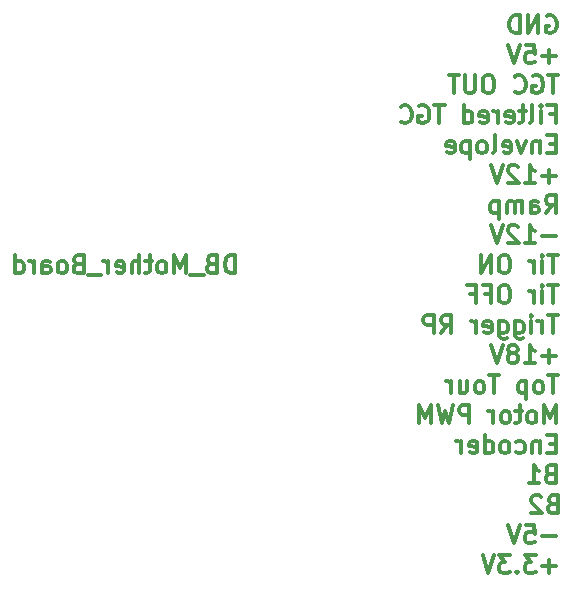
<source format=gbr>
G04 #@! TF.FileFunction,Legend,Bot*
%FSLAX46Y46*%
G04 Gerber Fmt 4.6, Leading zero omitted, Abs format (unit mm)*
G04 Created by KiCad (PCBNEW 4.0.3+e1-6302~38~ubuntu16.04.1-stable) date Thu Aug 25 17:16:29 2016*
%MOMM*%
%LPD*%
G01*
G04 APERTURE LIST*
%ADD10C,0.100000*%
%ADD11C,0.300000*%
G04 APERTURE END LIST*
D10*
D11*
X148985714Y-126408571D02*
X148985714Y-124908571D01*
X148628571Y-124908571D01*
X148414286Y-124980000D01*
X148271428Y-125122857D01*
X148200000Y-125265714D01*
X148128571Y-125551429D01*
X148128571Y-125765714D01*
X148200000Y-126051429D01*
X148271428Y-126194286D01*
X148414286Y-126337143D01*
X148628571Y-126408571D01*
X148985714Y-126408571D01*
X146985714Y-125622857D02*
X146771428Y-125694286D01*
X146700000Y-125765714D01*
X146628571Y-125908571D01*
X146628571Y-126122857D01*
X146700000Y-126265714D01*
X146771428Y-126337143D01*
X146914286Y-126408571D01*
X147485714Y-126408571D01*
X147485714Y-124908571D01*
X146985714Y-124908571D01*
X146842857Y-124980000D01*
X146771428Y-125051429D01*
X146700000Y-125194286D01*
X146700000Y-125337143D01*
X146771428Y-125480000D01*
X146842857Y-125551429D01*
X146985714Y-125622857D01*
X147485714Y-125622857D01*
X146342857Y-126551429D02*
X145200000Y-126551429D01*
X144842857Y-126408571D02*
X144842857Y-124908571D01*
X144342857Y-125980000D01*
X143842857Y-124908571D01*
X143842857Y-126408571D01*
X142914285Y-126408571D02*
X143057143Y-126337143D01*
X143128571Y-126265714D01*
X143200000Y-126122857D01*
X143200000Y-125694286D01*
X143128571Y-125551429D01*
X143057143Y-125480000D01*
X142914285Y-125408571D01*
X142700000Y-125408571D01*
X142557143Y-125480000D01*
X142485714Y-125551429D01*
X142414285Y-125694286D01*
X142414285Y-126122857D01*
X142485714Y-126265714D01*
X142557143Y-126337143D01*
X142700000Y-126408571D01*
X142914285Y-126408571D01*
X141985714Y-125408571D02*
X141414285Y-125408571D01*
X141771428Y-124908571D02*
X141771428Y-126194286D01*
X141700000Y-126337143D01*
X141557142Y-126408571D01*
X141414285Y-126408571D01*
X140914285Y-126408571D02*
X140914285Y-124908571D01*
X140271428Y-126408571D02*
X140271428Y-125622857D01*
X140342857Y-125480000D01*
X140485714Y-125408571D01*
X140699999Y-125408571D01*
X140842857Y-125480000D01*
X140914285Y-125551429D01*
X138985714Y-126337143D02*
X139128571Y-126408571D01*
X139414285Y-126408571D01*
X139557142Y-126337143D01*
X139628571Y-126194286D01*
X139628571Y-125622857D01*
X139557142Y-125480000D01*
X139414285Y-125408571D01*
X139128571Y-125408571D01*
X138985714Y-125480000D01*
X138914285Y-125622857D01*
X138914285Y-125765714D01*
X139628571Y-125908571D01*
X138271428Y-126408571D02*
X138271428Y-125408571D01*
X138271428Y-125694286D02*
X138200000Y-125551429D01*
X138128571Y-125480000D01*
X137985714Y-125408571D01*
X137842857Y-125408571D01*
X137700000Y-126551429D02*
X136557143Y-126551429D01*
X135700000Y-125622857D02*
X135485714Y-125694286D01*
X135414286Y-125765714D01*
X135342857Y-125908571D01*
X135342857Y-126122857D01*
X135414286Y-126265714D01*
X135485714Y-126337143D01*
X135628572Y-126408571D01*
X136200000Y-126408571D01*
X136200000Y-124908571D01*
X135700000Y-124908571D01*
X135557143Y-124980000D01*
X135485714Y-125051429D01*
X135414286Y-125194286D01*
X135414286Y-125337143D01*
X135485714Y-125480000D01*
X135557143Y-125551429D01*
X135700000Y-125622857D01*
X136200000Y-125622857D01*
X134485714Y-126408571D02*
X134628572Y-126337143D01*
X134700000Y-126265714D01*
X134771429Y-126122857D01*
X134771429Y-125694286D01*
X134700000Y-125551429D01*
X134628572Y-125480000D01*
X134485714Y-125408571D01*
X134271429Y-125408571D01*
X134128572Y-125480000D01*
X134057143Y-125551429D01*
X133985714Y-125694286D01*
X133985714Y-126122857D01*
X134057143Y-126265714D01*
X134128572Y-126337143D01*
X134271429Y-126408571D01*
X134485714Y-126408571D01*
X132700000Y-126408571D02*
X132700000Y-125622857D01*
X132771429Y-125480000D01*
X132914286Y-125408571D01*
X133200000Y-125408571D01*
X133342857Y-125480000D01*
X132700000Y-126337143D02*
X132842857Y-126408571D01*
X133200000Y-126408571D01*
X133342857Y-126337143D01*
X133414286Y-126194286D01*
X133414286Y-126051429D01*
X133342857Y-125908571D01*
X133200000Y-125837143D01*
X132842857Y-125837143D01*
X132700000Y-125765714D01*
X131985714Y-126408571D02*
X131985714Y-125408571D01*
X131985714Y-125694286D02*
X131914286Y-125551429D01*
X131842857Y-125480000D01*
X131700000Y-125408571D01*
X131557143Y-125408571D01*
X130414286Y-126408571D02*
X130414286Y-124908571D01*
X130414286Y-126337143D02*
X130557143Y-126408571D01*
X130842857Y-126408571D01*
X130985715Y-126337143D01*
X131057143Y-126265714D01*
X131128572Y-126122857D01*
X131128572Y-125694286D01*
X131057143Y-125551429D01*
X130985715Y-125480000D01*
X130842857Y-125408571D01*
X130557143Y-125408571D01*
X130414286Y-125480000D01*
X176172857Y-151237143D02*
X175030000Y-151237143D01*
X175601429Y-151808571D02*
X175601429Y-150665714D01*
X174458571Y-150308571D02*
X173530000Y-150308571D01*
X174030000Y-150880000D01*
X173815714Y-150880000D01*
X173672857Y-150951429D01*
X173601428Y-151022857D01*
X173530000Y-151165714D01*
X173530000Y-151522857D01*
X173601428Y-151665714D01*
X173672857Y-151737143D01*
X173815714Y-151808571D01*
X174244286Y-151808571D01*
X174387143Y-151737143D01*
X174458571Y-151665714D01*
X172887143Y-151665714D02*
X172815715Y-151737143D01*
X172887143Y-151808571D01*
X172958572Y-151737143D01*
X172887143Y-151665714D01*
X172887143Y-151808571D01*
X172315714Y-150308571D02*
X171387143Y-150308571D01*
X171887143Y-150880000D01*
X171672857Y-150880000D01*
X171530000Y-150951429D01*
X171458571Y-151022857D01*
X171387143Y-151165714D01*
X171387143Y-151522857D01*
X171458571Y-151665714D01*
X171530000Y-151737143D01*
X171672857Y-151808571D01*
X172101429Y-151808571D01*
X172244286Y-151737143D01*
X172315714Y-151665714D01*
X170958572Y-150308571D02*
X170458572Y-151808571D01*
X169958572Y-150308571D01*
X176172857Y-148697143D02*
X175030000Y-148697143D01*
X173601428Y-147768571D02*
X174315714Y-147768571D01*
X174387143Y-148482857D01*
X174315714Y-148411429D01*
X174172857Y-148340000D01*
X173815714Y-148340000D01*
X173672857Y-148411429D01*
X173601428Y-148482857D01*
X173530000Y-148625714D01*
X173530000Y-148982857D01*
X173601428Y-149125714D01*
X173672857Y-149197143D01*
X173815714Y-149268571D01*
X174172857Y-149268571D01*
X174315714Y-149197143D01*
X174387143Y-149125714D01*
X173101429Y-147768571D02*
X172601429Y-149268571D01*
X172101429Y-147768571D01*
X175867142Y-145942857D02*
X175652856Y-146014286D01*
X175581428Y-146085714D01*
X175509999Y-146228571D01*
X175509999Y-146442857D01*
X175581428Y-146585714D01*
X175652856Y-146657143D01*
X175795714Y-146728571D01*
X176367142Y-146728571D01*
X176367142Y-145228571D01*
X175867142Y-145228571D01*
X175724285Y-145300000D01*
X175652856Y-145371429D01*
X175581428Y-145514286D01*
X175581428Y-145657143D01*
X175652856Y-145800000D01*
X175724285Y-145871429D01*
X175867142Y-145942857D01*
X176367142Y-145942857D01*
X174938571Y-145371429D02*
X174867142Y-145300000D01*
X174724285Y-145228571D01*
X174367142Y-145228571D01*
X174224285Y-145300000D01*
X174152856Y-145371429D01*
X174081428Y-145514286D01*
X174081428Y-145657143D01*
X174152856Y-145871429D01*
X175009999Y-146728571D01*
X174081428Y-146728571D01*
X175672857Y-143402857D02*
X175458571Y-143474286D01*
X175387143Y-143545714D01*
X175315714Y-143688571D01*
X175315714Y-143902857D01*
X175387143Y-144045714D01*
X175458571Y-144117143D01*
X175601429Y-144188571D01*
X176172857Y-144188571D01*
X176172857Y-142688571D01*
X175672857Y-142688571D01*
X175530000Y-142760000D01*
X175458571Y-142831429D01*
X175387143Y-142974286D01*
X175387143Y-143117143D01*
X175458571Y-143260000D01*
X175530000Y-143331429D01*
X175672857Y-143402857D01*
X176172857Y-143402857D01*
X173887143Y-144188571D02*
X174744286Y-144188571D01*
X174315714Y-144188571D02*
X174315714Y-142688571D01*
X174458571Y-142902857D01*
X174601429Y-143045714D01*
X174744286Y-143117143D01*
X176172857Y-140862857D02*
X175672857Y-140862857D01*
X175458571Y-141648571D02*
X176172857Y-141648571D01*
X176172857Y-140148571D01*
X175458571Y-140148571D01*
X174815714Y-140648571D02*
X174815714Y-141648571D01*
X174815714Y-140791429D02*
X174744286Y-140720000D01*
X174601428Y-140648571D01*
X174387143Y-140648571D01*
X174244286Y-140720000D01*
X174172857Y-140862857D01*
X174172857Y-141648571D01*
X172815714Y-141577143D02*
X172958571Y-141648571D01*
X173244285Y-141648571D01*
X173387143Y-141577143D01*
X173458571Y-141505714D01*
X173530000Y-141362857D01*
X173530000Y-140934286D01*
X173458571Y-140791429D01*
X173387143Y-140720000D01*
X173244285Y-140648571D01*
X172958571Y-140648571D01*
X172815714Y-140720000D01*
X171958571Y-141648571D02*
X172101429Y-141577143D01*
X172172857Y-141505714D01*
X172244286Y-141362857D01*
X172244286Y-140934286D01*
X172172857Y-140791429D01*
X172101429Y-140720000D01*
X171958571Y-140648571D01*
X171744286Y-140648571D01*
X171601429Y-140720000D01*
X171530000Y-140791429D01*
X171458571Y-140934286D01*
X171458571Y-141362857D01*
X171530000Y-141505714D01*
X171601429Y-141577143D01*
X171744286Y-141648571D01*
X171958571Y-141648571D01*
X170172857Y-141648571D02*
X170172857Y-140148571D01*
X170172857Y-141577143D02*
X170315714Y-141648571D01*
X170601428Y-141648571D01*
X170744286Y-141577143D01*
X170815714Y-141505714D01*
X170887143Y-141362857D01*
X170887143Y-140934286D01*
X170815714Y-140791429D01*
X170744286Y-140720000D01*
X170601428Y-140648571D01*
X170315714Y-140648571D01*
X170172857Y-140720000D01*
X168887143Y-141577143D02*
X169030000Y-141648571D01*
X169315714Y-141648571D01*
X169458571Y-141577143D01*
X169530000Y-141434286D01*
X169530000Y-140862857D01*
X169458571Y-140720000D01*
X169315714Y-140648571D01*
X169030000Y-140648571D01*
X168887143Y-140720000D01*
X168815714Y-140862857D01*
X168815714Y-141005714D01*
X169530000Y-141148571D01*
X168172857Y-141648571D02*
X168172857Y-140648571D01*
X168172857Y-140934286D02*
X168101429Y-140791429D01*
X168030000Y-140720000D01*
X167887143Y-140648571D01*
X167744286Y-140648571D01*
X176172857Y-139108571D02*
X176172857Y-137608571D01*
X175672857Y-138680000D01*
X175172857Y-137608571D01*
X175172857Y-139108571D01*
X174244285Y-139108571D02*
X174387143Y-139037143D01*
X174458571Y-138965714D01*
X174530000Y-138822857D01*
X174530000Y-138394286D01*
X174458571Y-138251429D01*
X174387143Y-138180000D01*
X174244285Y-138108571D01*
X174030000Y-138108571D01*
X173887143Y-138180000D01*
X173815714Y-138251429D01*
X173744285Y-138394286D01*
X173744285Y-138822857D01*
X173815714Y-138965714D01*
X173887143Y-139037143D01*
X174030000Y-139108571D01*
X174244285Y-139108571D01*
X173315714Y-138108571D02*
X172744285Y-138108571D01*
X173101428Y-137608571D02*
X173101428Y-138894286D01*
X173030000Y-139037143D01*
X172887142Y-139108571D01*
X172744285Y-139108571D01*
X172029999Y-139108571D02*
X172172857Y-139037143D01*
X172244285Y-138965714D01*
X172315714Y-138822857D01*
X172315714Y-138394286D01*
X172244285Y-138251429D01*
X172172857Y-138180000D01*
X172029999Y-138108571D01*
X171815714Y-138108571D01*
X171672857Y-138180000D01*
X171601428Y-138251429D01*
X171529999Y-138394286D01*
X171529999Y-138822857D01*
X171601428Y-138965714D01*
X171672857Y-139037143D01*
X171815714Y-139108571D01*
X172029999Y-139108571D01*
X170887142Y-139108571D02*
X170887142Y-138108571D01*
X170887142Y-138394286D02*
X170815714Y-138251429D01*
X170744285Y-138180000D01*
X170601428Y-138108571D01*
X170458571Y-138108571D01*
X168815714Y-139108571D02*
X168815714Y-137608571D01*
X168244286Y-137608571D01*
X168101428Y-137680000D01*
X168030000Y-137751429D01*
X167958571Y-137894286D01*
X167958571Y-138108571D01*
X168030000Y-138251429D01*
X168101428Y-138322857D01*
X168244286Y-138394286D01*
X168815714Y-138394286D01*
X167458571Y-137608571D02*
X167101428Y-139108571D01*
X166815714Y-138037143D01*
X166530000Y-139108571D01*
X166172857Y-137608571D01*
X165601428Y-139108571D02*
X165601428Y-137608571D01*
X165101428Y-138680000D01*
X164601428Y-137608571D01*
X164601428Y-139108571D01*
X176387143Y-135068571D02*
X175530000Y-135068571D01*
X175958571Y-136568571D02*
X175958571Y-135068571D01*
X174815714Y-136568571D02*
X174958572Y-136497143D01*
X175030000Y-136425714D01*
X175101429Y-136282857D01*
X175101429Y-135854286D01*
X175030000Y-135711429D01*
X174958572Y-135640000D01*
X174815714Y-135568571D01*
X174601429Y-135568571D01*
X174458572Y-135640000D01*
X174387143Y-135711429D01*
X174315714Y-135854286D01*
X174315714Y-136282857D01*
X174387143Y-136425714D01*
X174458572Y-136497143D01*
X174601429Y-136568571D01*
X174815714Y-136568571D01*
X173672857Y-135568571D02*
X173672857Y-137068571D01*
X173672857Y-135640000D02*
X173530000Y-135568571D01*
X173244286Y-135568571D01*
X173101429Y-135640000D01*
X173030000Y-135711429D01*
X172958571Y-135854286D01*
X172958571Y-136282857D01*
X173030000Y-136425714D01*
X173101429Y-136497143D01*
X173244286Y-136568571D01*
X173530000Y-136568571D01*
X173672857Y-136497143D01*
X171387143Y-135068571D02*
X170530000Y-135068571D01*
X170958571Y-136568571D02*
X170958571Y-135068571D01*
X169815714Y-136568571D02*
X169958572Y-136497143D01*
X170030000Y-136425714D01*
X170101429Y-136282857D01*
X170101429Y-135854286D01*
X170030000Y-135711429D01*
X169958572Y-135640000D01*
X169815714Y-135568571D01*
X169601429Y-135568571D01*
X169458572Y-135640000D01*
X169387143Y-135711429D01*
X169315714Y-135854286D01*
X169315714Y-136282857D01*
X169387143Y-136425714D01*
X169458572Y-136497143D01*
X169601429Y-136568571D01*
X169815714Y-136568571D01*
X168030000Y-135568571D02*
X168030000Y-136568571D01*
X168672857Y-135568571D02*
X168672857Y-136354286D01*
X168601429Y-136497143D01*
X168458571Y-136568571D01*
X168244286Y-136568571D01*
X168101429Y-136497143D01*
X168030000Y-136425714D01*
X167315714Y-136568571D02*
X167315714Y-135568571D01*
X167315714Y-135854286D02*
X167244286Y-135711429D01*
X167172857Y-135640000D01*
X167030000Y-135568571D01*
X166887143Y-135568571D01*
X176172857Y-133457143D02*
X175030000Y-133457143D01*
X175601429Y-134028571D02*
X175601429Y-132885714D01*
X173530000Y-134028571D02*
X174387143Y-134028571D01*
X173958571Y-134028571D02*
X173958571Y-132528571D01*
X174101428Y-132742857D01*
X174244286Y-132885714D01*
X174387143Y-132957143D01*
X172672857Y-133171429D02*
X172815715Y-133100000D01*
X172887143Y-133028571D01*
X172958572Y-132885714D01*
X172958572Y-132814286D01*
X172887143Y-132671429D01*
X172815715Y-132600000D01*
X172672857Y-132528571D01*
X172387143Y-132528571D01*
X172244286Y-132600000D01*
X172172857Y-132671429D01*
X172101429Y-132814286D01*
X172101429Y-132885714D01*
X172172857Y-133028571D01*
X172244286Y-133100000D01*
X172387143Y-133171429D01*
X172672857Y-133171429D01*
X172815715Y-133242857D01*
X172887143Y-133314286D01*
X172958572Y-133457143D01*
X172958572Y-133742857D01*
X172887143Y-133885714D01*
X172815715Y-133957143D01*
X172672857Y-134028571D01*
X172387143Y-134028571D01*
X172244286Y-133957143D01*
X172172857Y-133885714D01*
X172101429Y-133742857D01*
X172101429Y-133457143D01*
X172172857Y-133314286D01*
X172244286Y-133242857D01*
X172387143Y-133171429D01*
X171672858Y-132528571D02*
X171172858Y-134028571D01*
X170672858Y-132528571D01*
X176387143Y-129988571D02*
X175530000Y-129988571D01*
X175958571Y-131488571D02*
X175958571Y-129988571D01*
X175030000Y-131488571D02*
X175030000Y-130488571D01*
X175030000Y-130774286D02*
X174958572Y-130631429D01*
X174887143Y-130560000D01*
X174744286Y-130488571D01*
X174601429Y-130488571D01*
X174101429Y-131488571D02*
X174101429Y-130488571D01*
X174101429Y-129988571D02*
X174172858Y-130060000D01*
X174101429Y-130131429D01*
X174030001Y-130060000D01*
X174101429Y-129988571D01*
X174101429Y-130131429D01*
X172744286Y-130488571D02*
X172744286Y-131702857D01*
X172815715Y-131845714D01*
X172887143Y-131917143D01*
X173030000Y-131988571D01*
X173244286Y-131988571D01*
X173387143Y-131917143D01*
X172744286Y-131417143D02*
X172887143Y-131488571D01*
X173172857Y-131488571D01*
X173315715Y-131417143D01*
X173387143Y-131345714D01*
X173458572Y-131202857D01*
X173458572Y-130774286D01*
X173387143Y-130631429D01*
X173315715Y-130560000D01*
X173172857Y-130488571D01*
X172887143Y-130488571D01*
X172744286Y-130560000D01*
X171387143Y-130488571D02*
X171387143Y-131702857D01*
X171458572Y-131845714D01*
X171530000Y-131917143D01*
X171672857Y-131988571D01*
X171887143Y-131988571D01*
X172030000Y-131917143D01*
X171387143Y-131417143D02*
X171530000Y-131488571D01*
X171815714Y-131488571D01*
X171958572Y-131417143D01*
X172030000Y-131345714D01*
X172101429Y-131202857D01*
X172101429Y-130774286D01*
X172030000Y-130631429D01*
X171958572Y-130560000D01*
X171815714Y-130488571D01*
X171530000Y-130488571D01*
X171387143Y-130560000D01*
X170101429Y-131417143D02*
X170244286Y-131488571D01*
X170530000Y-131488571D01*
X170672857Y-131417143D01*
X170744286Y-131274286D01*
X170744286Y-130702857D01*
X170672857Y-130560000D01*
X170530000Y-130488571D01*
X170244286Y-130488571D01*
X170101429Y-130560000D01*
X170030000Y-130702857D01*
X170030000Y-130845714D01*
X170744286Y-130988571D01*
X169387143Y-131488571D02*
X169387143Y-130488571D01*
X169387143Y-130774286D02*
X169315715Y-130631429D01*
X169244286Y-130560000D01*
X169101429Y-130488571D01*
X168958572Y-130488571D01*
X166458572Y-131488571D02*
X166958572Y-130774286D01*
X167315715Y-131488571D02*
X167315715Y-129988571D01*
X166744287Y-129988571D01*
X166601429Y-130060000D01*
X166530001Y-130131429D01*
X166458572Y-130274286D01*
X166458572Y-130488571D01*
X166530001Y-130631429D01*
X166601429Y-130702857D01*
X166744287Y-130774286D01*
X167315715Y-130774286D01*
X165815715Y-131488571D02*
X165815715Y-129988571D01*
X165244287Y-129988571D01*
X165101429Y-130060000D01*
X165030001Y-130131429D01*
X164958572Y-130274286D01*
X164958572Y-130488571D01*
X165030001Y-130631429D01*
X165101429Y-130702857D01*
X165244287Y-130774286D01*
X165815715Y-130774286D01*
X176387143Y-127448571D02*
X175530000Y-127448571D01*
X175958571Y-128948571D02*
X175958571Y-127448571D01*
X175030000Y-128948571D02*
X175030000Y-127948571D01*
X175030000Y-127448571D02*
X175101429Y-127520000D01*
X175030000Y-127591429D01*
X174958572Y-127520000D01*
X175030000Y-127448571D01*
X175030000Y-127591429D01*
X174315714Y-128948571D02*
X174315714Y-127948571D01*
X174315714Y-128234286D02*
X174244286Y-128091429D01*
X174172857Y-128020000D01*
X174030000Y-127948571D01*
X173887143Y-127948571D01*
X171958572Y-127448571D02*
X171672858Y-127448571D01*
X171530000Y-127520000D01*
X171387143Y-127662857D01*
X171315715Y-127948571D01*
X171315715Y-128448571D01*
X171387143Y-128734286D01*
X171530000Y-128877143D01*
X171672858Y-128948571D01*
X171958572Y-128948571D01*
X172101429Y-128877143D01*
X172244286Y-128734286D01*
X172315715Y-128448571D01*
X172315715Y-127948571D01*
X172244286Y-127662857D01*
X172101429Y-127520000D01*
X171958572Y-127448571D01*
X170172857Y-128162857D02*
X170672857Y-128162857D01*
X170672857Y-128948571D02*
X170672857Y-127448571D01*
X169958571Y-127448571D01*
X168887143Y-128162857D02*
X169387143Y-128162857D01*
X169387143Y-128948571D02*
X169387143Y-127448571D01*
X168672857Y-127448571D01*
X176387143Y-124908571D02*
X175530000Y-124908571D01*
X175958571Y-126408571D02*
X175958571Y-124908571D01*
X175030000Y-126408571D02*
X175030000Y-125408571D01*
X175030000Y-124908571D02*
X175101429Y-124980000D01*
X175030000Y-125051429D01*
X174958572Y-124980000D01*
X175030000Y-124908571D01*
X175030000Y-125051429D01*
X174315714Y-126408571D02*
X174315714Y-125408571D01*
X174315714Y-125694286D02*
X174244286Y-125551429D01*
X174172857Y-125480000D01*
X174030000Y-125408571D01*
X173887143Y-125408571D01*
X171958572Y-124908571D02*
X171672858Y-124908571D01*
X171530000Y-124980000D01*
X171387143Y-125122857D01*
X171315715Y-125408571D01*
X171315715Y-125908571D01*
X171387143Y-126194286D01*
X171530000Y-126337143D01*
X171672858Y-126408571D01*
X171958572Y-126408571D01*
X172101429Y-126337143D01*
X172244286Y-126194286D01*
X172315715Y-125908571D01*
X172315715Y-125408571D01*
X172244286Y-125122857D01*
X172101429Y-124980000D01*
X171958572Y-124908571D01*
X170672857Y-126408571D02*
X170672857Y-124908571D01*
X169815714Y-126408571D01*
X169815714Y-124908571D01*
X176172857Y-123297143D02*
X175030000Y-123297143D01*
X173530000Y-123868571D02*
X174387143Y-123868571D01*
X173958571Y-123868571D02*
X173958571Y-122368571D01*
X174101428Y-122582857D01*
X174244286Y-122725714D01*
X174387143Y-122797143D01*
X172958572Y-122511429D02*
X172887143Y-122440000D01*
X172744286Y-122368571D01*
X172387143Y-122368571D01*
X172244286Y-122440000D01*
X172172857Y-122511429D01*
X172101429Y-122654286D01*
X172101429Y-122797143D01*
X172172857Y-123011429D01*
X173030000Y-123868571D01*
X172101429Y-123868571D01*
X171672858Y-122368571D02*
X171172858Y-123868571D01*
X170672858Y-122368571D01*
X175315714Y-121328571D02*
X175815714Y-120614286D01*
X176172857Y-121328571D02*
X176172857Y-119828571D01*
X175601429Y-119828571D01*
X175458571Y-119900000D01*
X175387143Y-119971429D01*
X175315714Y-120114286D01*
X175315714Y-120328571D01*
X175387143Y-120471429D01*
X175458571Y-120542857D01*
X175601429Y-120614286D01*
X176172857Y-120614286D01*
X174030000Y-121328571D02*
X174030000Y-120542857D01*
X174101429Y-120400000D01*
X174244286Y-120328571D01*
X174530000Y-120328571D01*
X174672857Y-120400000D01*
X174030000Y-121257143D02*
X174172857Y-121328571D01*
X174530000Y-121328571D01*
X174672857Y-121257143D01*
X174744286Y-121114286D01*
X174744286Y-120971429D01*
X174672857Y-120828571D01*
X174530000Y-120757143D01*
X174172857Y-120757143D01*
X174030000Y-120685714D01*
X173315714Y-121328571D02*
X173315714Y-120328571D01*
X173315714Y-120471429D02*
X173244286Y-120400000D01*
X173101428Y-120328571D01*
X172887143Y-120328571D01*
X172744286Y-120400000D01*
X172672857Y-120542857D01*
X172672857Y-121328571D01*
X172672857Y-120542857D02*
X172601428Y-120400000D01*
X172458571Y-120328571D01*
X172244286Y-120328571D01*
X172101428Y-120400000D01*
X172030000Y-120542857D01*
X172030000Y-121328571D01*
X171315714Y-120328571D02*
X171315714Y-121828571D01*
X171315714Y-120400000D02*
X171172857Y-120328571D01*
X170887143Y-120328571D01*
X170744286Y-120400000D01*
X170672857Y-120471429D01*
X170601428Y-120614286D01*
X170601428Y-121042857D01*
X170672857Y-121185714D01*
X170744286Y-121257143D01*
X170887143Y-121328571D01*
X171172857Y-121328571D01*
X171315714Y-121257143D01*
X176172857Y-118217143D02*
X175030000Y-118217143D01*
X175601429Y-118788571D02*
X175601429Y-117645714D01*
X173530000Y-118788571D02*
X174387143Y-118788571D01*
X173958571Y-118788571D02*
X173958571Y-117288571D01*
X174101428Y-117502857D01*
X174244286Y-117645714D01*
X174387143Y-117717143D01*
X172958572Y-117431429D02*
X172887143Y-117360000D01*
X172744286Y-117288571D01*
X172387143Y-117288571D01*
X172244286Y-117360000D01*
X172172857Y-117431429D01*
X172101429Y-117574286D01*
X172101429Y-117717143D01*
X172172857Y-117931429D01*
X173030000Y-118788571D01*
X172101429Y-118788571D01*
X171672858Y-117288571D02*
X171172858Y-118788571D01*
X170672858Y-117288571D01*
X176172857Y-115462857D02*
X175672857Y-115462857D01*
X175458571Y-116248571D02*
X176172857Y-116248571D01*
X176172857Y-114748571D01*
X175458571Y-114748571D01*
X174815714Y-115248571D02*
X174815714Y-116248571D01*
X174815714Y-115391429D02*
X174744286Y-115320000D01*
X174601428Y-115248571D01*
X174387143Y-115248571D01*
X174244286Y-115320000D01*
X174172857Y-115462857D01*
X174172857Y-116248571D01*
X173601428Y-115248571D02*
X173244285Y-116248571D01*
X172887143Y-115248571D01*
X171744286Y-116177143D02*
X171887143Y-116248571D01*
X172172857Y-116248571D01*
X172315714Y-116177143D01*
X172387143Y-116034286D01*
X172387143Y-115462857D01*
X172315714Y-115320000D01*
X172172857Y-115248571D01*
X171887143Y-115248571D01*
X171744286Y-115320000D01*
X171672857Y-115462857D01*
X171672857Y-115605714D01*
X172387143Y-115748571D01*
X170815714Y-116248571D02*
X170958572Y-116177143D01*
X171030000Y-116034286D01*
X171030000Y-114748571D01*
X170030000Y-116248571D02*
X170172858Y-116177143D01*
X170244286Y-116105714D01*
X170315715Y-115962857D01*
X170315715Y-115534286D01*
X170244286Y-115391429D01*
X170172858Y-115320000D01*
X170030000Y-115248571D01*
X169815715Y-115248571D01*
X169672858Y-115320000D01*
X169601429Y-115391429D01*
X169530000Y-115534286D01*
X169530000Y-115962857D01*
X169601429Y-116105714D01*
X169672858Y-116177143D01*
X169815715Y-116248571D01*
X170030000Y-116248571D01*
X168887143Y-115248571D02*
X168887143Y-116748571D01*
X168887143Y-115320000D02*
X168744286Y-115248571D01*
X168458572Y-115248571D01*
X168315715Y-115320000D01*
X168244286Y-115391429D01*
X168172857Y-115534286D01*
X168172857Y-115962857D01*
X168244286Y-116105714D01*
X168315715Y-116177143D01*
X168458572Y-116248571D01*
X168744286Y-116248571D01*
X168887143Y-116177143D01*
X166958572Y-116177143D02*
X167101429Y-116248571D01*
X167387143Y-116248571D01*
X167530000Y-116177143D01*
X167601429Y-116034286D01*
X167601429Y-115462857D01*
X167530000Y-115320000D01*
X167387143Y-115248571D01*
X167101429Y-115248571D01*
X166958572Y-115320000D01*
X166887143Y-115462857D01*
X166887143Y-115605714D01*
X167601429Y-115748571D01*
X175672857Y-112922857D02*
X176172857Y-112922857D01*
X176172857Y-113708571D02*
X176172857Y-112208571D01*
X175458571Y-112208571D01*
X174887143Y-113708571D02*
X174887143Y-112708571D01*
X174887143Y-112208571D02*
X174958572Y-112280000D01*
X174887143Y-112351429D01*
X174815715Y-112280000D01*
X174887143Y-112208571D01*
X174887143Y-112351429D01*
X173958571Y-113708571D02*
X174101429Y-113637143D01*
X174172857Y-113494286D01*
X174172857Y-112208571D01*
X173601429Y-112708571D02*
X173030000Y-112708571D01*
X173387143Y-112208571D02*
X173387143Y-113494286D01*
X173315715Y-113637143D01*
X173172857Y-113708571D01*
X173030000Y-113708571D01*
X171958572Y-113637143D02*
X172101429Y-113708571D01*
X172387143Y-113708571D01*
X172530000Y-113637143D01*
X172601429Y-113494286D01*
X172601429Y-112922857D01*
X172530000Y-112780000D01*
X172387143Y-112708571D01*
X172101429Y-112708571D01*
X171958572Y-112780000D01*
X171887143Y-112922857D01*
X171887143Y-113065714D01*
X172601429Y-113208571D01*
X171244286Y-113708571D02*
X171244286Y-112708571D01*
X171244286Y-112994286D02*
X171172858Y-112851429D01*
X171101429Y-112780000D01*
X170958572Y-112708571D01*
X170815715Y-112708571D01*
X169744287Y-113637143D02*
X169887144Y-113708571D01*
X170172858Y-113708571D01*
X170315715Y-113637143D01*
X170387144Y-113494286D01*
X170387144Y-112922857D01*
X170315715Y-112780000D01*
X170172858Y-112708571D01*
X169887144Y-112708571D01*
X169744287Y-112780000D01*
X169672858Y-112922857D01*
X169672858Y-113065714D01*
X170387144Y-113208571D01*
X168387144Y-113708571D02*
X168387144Y-112208571D01*
X168387144Y-113637143D02*
X168530001Y-113708571D01*
X168815715Y-113708571D01*
X168958573Y-113637143D01*
X169030001Y-113565714D01*
X169101430Y-113422857D01*
X169101430Y-112994286D01*
X169030001Y-112851429D01*
X168958573Y-112780000D01*
X168815715Y-112708571D01*
X168530001Y-112708571D01*
X168387144Y-112780000D01*
X166744287Y-112208571D02*
X165887144Y-112208571D01*
X166315715Y-113708571D02*
X166315715Y-112208571D01*
X164601430Y-112280000D02*
X164744287Y-112208571D01*
X164958573Y-112208571D01*
X165172858Y-112280000D01*
X165315716Y-112422857D01*
X165387144Y-112565714D01*
X165458573Y-112851429D01*
X165458573Y-113065714D01*
X165387144Y-113351429D01*
X165315716Y-113494286D01*
X165172858Y-113637143D01*
X164958573Y-113708571D01*
X164815716Y-113708571D01*
X164601430Y-113637143D01*
X164530001Y-113565714D01*
X164530001Y-113065714D01*
X164815716Y-113065714D01*
X163030001Y-113565714D02*
X163101430Y-113637143D01*
X163315716Y-113708571D01*
X163458573Y-113708571D01*
X163672858Y-113637143D01*
X163815716Y-113494286D01*
X163887144Y-113351429D01*
X163958573Y-113065714D01*
X163958573Y-112851429D01*
X163887144Y-112565714D01*
X163815716Y-112422857D01*
X163672858Y-112280000D01*
X163458573Y-112208571D01*
X163315716Y-112208571D01*
X163101430Y-112280000D01*
X163030001Y-112351429D01*
X176387143Y-109668571D02*
X175530000Y-109668571D01*
X175958571Y-111168571D02*
X175958571Y-109668571D01*
X174244286Y-109740000D02*
X174387143Y-109668571D01*
X174601429Y-109668571D01*
X174815714Y-109740000D01*
X174958572Y-109882857D01*
X175030000Y-110025714D01*
X175101429Y-110311429D01*
X175101429Y-110525714D01*
X175030000Y-110811429D01*
X174958572Y-110954286D01*
X174815714Y-111097143D01*
X174601429Y-111168571D01*
X174458572Y-111168571D01*
X174244286Y-111097143D01*
X174172857Y-111025714D01*
X174172857Y-110525714D01*
X174458572Y-110525714D01*
X172672857Y-111025714D02*
X172744286Y-111097143D01*
X172958572Y-111168571D01*
X173101429Y-111168571D01*
X173315714Y-111097143D01*
X173458572Y-110954286D01*
X173530000Y-110811429D01*
X173601429Y-110525714D01*
X173601429Y-110311429D01*
X173530000Y-110025714D01*
X173458572Y-109882857D01*
X173315714Y-109740000D01*
X173101429Y-109668571D01*
X172958572Y-109668571D01*
X172744286Y-109740000D01*
X172672857Y-109811429D01*
X170601429Y-109668571D02*
X170315715Y-109668571D01*
X170172857Y-109740000D01*
X170030000Y-109882857D01*
X169958572Y-110168571D01*
X169958572Y-110668571D01*
X170030000Y-110954286D01*
X170172857Y-111097143D01*
X170315715Y-111168571D01*
X170601429Y-111168571D01*
X170744286Y-111097143D01*
X170887143Y-110954286D01*
X170958572Y-110668571D01*
X170958572Y-110168571D01*
X170887143Y-109882857D01*
X170744286Y-109740000D01*
X170601429Y-109668571D01*
X169315714Y-109668571D02*
X169315714Y-110882857D01*
X169244286Y-111025714D01*
X169172857Y-111097143D01*
X169030000Y-111168571D01*
X168744286Y-111168571D01*
X168601428Y-111097143D01*
X168530000Y-111025714D01*
X168458571Y-110882857D01*
X168458571Y-109668571D01*
X167958571Y-109668571D02*
X167101428Y-109668571D01*
X167529999Y-111168571D02*
X167529999Y-109668571D01*
X176172857Y-108057143D02*
X175030000Y-108057143D01*
X175601429Y-108628571D02*
X175601429Y-107485714D01*
X173601428Y-107128571D02*
X174315714Y-107128571D01*
X174387143Y-107842857D01*
X174315714Y-107771429D01*
X174172857Y-107700000D01*
X173815714Y-107700000D01*
X173672857Y-107771429D01*
X173601428Y-107842857D01*
X173530000Y-107985714D01*
X173530000Y-108342857D01*
X173601428Y-108485714D01*
X173672857Y-108557143D01*
X173815714Y-108628571D01*
X174172857Y-108628571D01*
X174315714Y-108557143D01*
X174387143Y-108485714D01*
X173101429Y-107128571D02*
X172601429Y-108628571D01*
X172101429Y-107128571D01*
X175387143Y-104660000D02*
X175530000Y-104588571D01*
X175744286Y-104588571D01*
X175958571Y-104660000D01*
X176101429Y-104802857D01*
X176172857Y-104945714D01*
X176244286Y-105231429D01*
X176244286Y-105445714D01*
X176172857Y-105731429D01*
X176101429Y-105874286D01*
X175958571Y-106017143D01*
X175744286Y-106088571D01*
X175601429Y-106088571D01*
X175387143Y-106017143D01*
X175315714Y-105945714D01*
X175315714Y-105445714D01*
X175601429Y-105445714D01*
X174672857Y-106088571D02*
X174672857Y-104588571D01*
X173815714Y-106088571D01*
X173815714Y-104588571D01*
X173101428Y-106088571D02*
X173101428Y-104588571D01*
X172744285Y-104588571D01*
X172530000Y-104660000D01*
X172387142Y-104802857D01*
X172315714Y-104945714D01*
X172244285Y-105231429D01*
X172244285Y-105445714D01*
X172315714Y-105731429D01*
X172387142Y-105874286D01*
X172530000Y-106017143D01*
X172744285Y-106088571D01*
X173101428Y-106088571D01*
M02*

</source>
